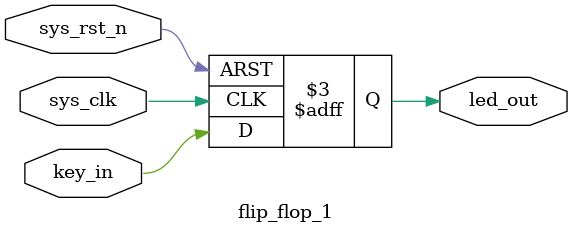
<source format=v>
`timescale 1ns / 1ns


module flip_flop_1(
    input wire sys_clk,
    input wire sys_rst_n,
    input wire key_in,

    output reg led_out
    );

    always @(posedge sys_clk or negedge sys_rst_n) begin
        if (sys_rst_n == 1'b0)
            led_out <= 1'b0;
        else
            led_out <= key_in;
        
    end
endmodule

</source>
